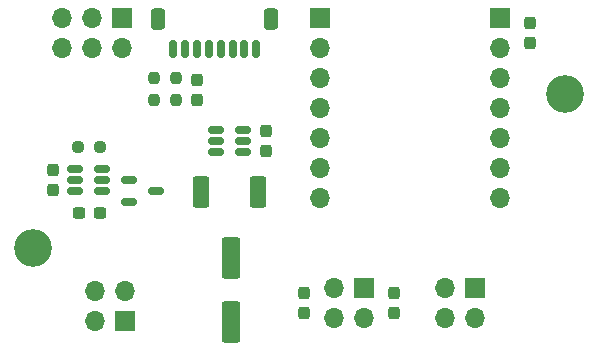
<source format=gbr>
%TF.GenerationSoftware,KiCad,Pcbnew,9.0.0*%
%TF.CreationDate,2025-05-03T14:05:23-04:00*%
%TF.ProjectId,Drone_ESC_Bridge,44726f6e-655f-4455-9343-5f4272696467,v1.1*%
%TF.SameCoordinates,Original*%
%TF.FileFunction,Soldermask,Top*%
%TF.FilePolarity,Negative*%
%FSLAX46Y46*%
G04 Gerber Fmt 4.6, Leading zero omitted, Abs format (unit mm)*
G04 Created by KiCad (PCBNEW 9.0.0) date 2025-05-03 14:05:23*
%MOMM*%
%LPD*%
G01*
G04 APERTURE LIST*
G04 Aperture macros list*
%AMRoundRect*
0 Rectangle with rounded corners*
0 $1 Rounding radius*
0 $2 $3 $4 $5 $6 $7 $8 $9 X,Y pos of 4 corners*
0 Add a 4 corners polygon primitive as box body*
4,1,4,$2,$3,$4,$5,$6,$7,$8,$9,$2,$3,0*
0 Add four circle primitives for the rounded corners*
1,1,$1+$1,$2,$3*
1,1,$1+$1,$4,$5*
1,1,$1+$1,$6,$7*
1,1,$1+$1,$8,$9*
0 Add four rect primitives between the rounded corners*
20,1,$1+$1,$2,$3,$4,$5,0*
20,1,$1+$1,$4,$5,$6,$7,0*
20,1,$1+$1,$6,$7,$8,$9,0*
20,1,$1+$1,$8,$9,$2,$3,0*%
G04 Aperture macros list end*
%ADD10C,3.200000*%
%ADD11RoundRect,0.249999X-0.450001X-1.075001X0.450001X-1.075001X0.450001X1.075001X-0.450001X1.075001X0*%
%ADD12R,1.700000X1.700000*%
%ADD13O,1.700000X1.700000*%
%ADD14RoundRect,0.150000X-0.150000X-0.625000X0.150000X-0.625000X0.150000X0.625000X-0.150000X0.625000X0*%
%ADD15RoundRect,0.250000X-0.350000X-0.650000X0.350000X-0.650000X0.350000X0.650000X-0.350000X0.650000X0*%
%ADD16RoundRect,0.237500X-0.237500X0.300000X-0.237500X-0.300000X0.237500X-0.300000X0.237500X0.300000X0*%
%ADD17RoundRect,0.237500X0.237500X-0.300000X0.237500X0.300000X-0.237500X0.300000X-0.237500X-0.300000X0*%
%ADD18RoundRect,0.237500X-0.237500X0.250000X-0.237500X-0.250000X0.237500X-0.250000X0.237500X0.250000X0*%
%ADD19RoundRect,0.150000X-0.512500X-0.150000X0.512500X-0.150000X0.512500X0.150000X-0.512500X0.150000X0*%
%ADD20RoundRect,0.250000X-0.550000X1.500000X-0.550000X-1.500000X0.550000X-1.500000X0.550000X1.500000X0*%
%ADD21RoundRect,0.237500X0.300000X0.237500X-0.300000X0.237500X-0.300000X-0.237500X0.300000X-0.237500X0*%
%ADD22RoundRect,0.237500X0.250000X0.237500X-0.250000X0.237500X-0.250000X-0.237500X0.250000X-0.237500X0*%
%ADD23RoundRect,0.237500X0.237500X-0.250000X0.237500X0.250000X-0.237500X0.250000X-0.237500X-0.250000X0*%
G04 APERTURE END LIST*
D10*
%TO.C,H2*%
X115730000Y-126218000D03*
%TD*%
D11*
%TO.C,R1*%
X129980000Y-121492000D03*
X134780000Y-121492000D03*
%TD*%
D12*
%TO.C,SPI1*%
X153175000Y-129625000D03*
D13*
X153175000Y-132165000D03*
X150635000Y-129625000D03*
X150635000Y-132165000D03*
%TD*%
D12*
%TO.C,JETSON_PWR1*%
X143775000Y-129625000D03*
D13*
X143775000Y-132165000D03*
X141235000Y-129625000D03*
X141235000Y-132165000D03*
%TD*%
D14*
%TO.C,ESC1*%
X127610000Y-109355000D03*
X128610000Y-109355000D03*
X129610000Y-109355000D03*
X130610000Y-109355000D03*
X131610000Y-109355000D03*
X132610000Y-109355000D03*
X133610000Y-109355000D03*
X134610000Y-109355000D03*
D15*
X126310000Y-106830000D03*
X135910000Y-106830000D03*
%TD*%
D16*
%TO.C,C6*%
X117394000Y-119613500D03*
X117394000Y-121338500D03*
%TD*%
D17*
%TO.C,C7*%
X129600000Y-113700000D03*
X129600000Y-111975000D03*
%TD*%
D18*
%TO.C,R3*%
X126000000Y-111887500D03*
X126000000Y-113712500D03*
%TD*%
D16*
%TO.C,C2*%
X135428000Y-116311500D03*
X135428000Y-118036500D03*
%TD*%
%TO.C,C1*%
X146300000Y-130037500D03*
X146300000Y-131762500D03*
%TD*%
D12*
%TO.C,VBUCK1*%
X123495000Y-132419000D03*
D13*
X120955000Y-132419000D03*
X123495000Y-129879000D03*
X120955000Y-129879000D03*
%TD*%
D19*
%TO.C,U1*%
X131242500Y-116224000D03*
X131242500Y-117174000D03*
X131242500Y-118124000D03*
X133517500Y-118124000D03*
X133517500Y-117174000D03*
X133517500Y-116224000D03*
%TD*%
%TO.C,Q1*%
X123876500Y-120476000D03*
X123876500Y-122376000D03*
X126151500Y-121426000D03*
%TD*%
D20*
%TO.C,C5*%
X132500000Y-127100000D03*
X132500000Y-132500000D03*
%TD*%
D21*
%TO.C,C3*%
X121362500Y-123270000D03*
X119637500Y-123270000D03*
%TD*%
D16*
%TO.C,C4*%
X138700000Y-130037500D03*
X138700000Y-131762500D03*
%TD*%
D10*
%TO.C,H1*%
X160730000Y-113218000D03*
%TD*%
D12*
%TO.C,ESC_DEBUG1*%
X123221000Y-106755000D03*
D13*
X123221000Y-109295000D03*
X120681000Y-106755000D03*
X120681000Y-109295000D03*
X118141000Y-106755000D03*
X118141000Y-109295000D03*
%TD*%
D16*
%TO.C,C8*%
X157780000Y-107167500D03*
X157780000Y-108892500D03*
%TD*%
D22*
%TO.C,R2*%
X121354500Y-117682000D03*
X119529500Y-117682000D03*
%TD*%
D12*
%TO.C,XIAO_L1*%
X140000000Y-106760000D03*
D13*
X140000000Y-109300000D03*
X140000000Y-111840000D03*
X140000000Y-114380000D03*
X140000000Y-116920000D03*
X140000000Y-119460000D03*
X140000000Y-122000000D03*
%TD*%
D23*
%TO.C,R4*%
X127800000Y-113712500D03*
X127800000Y-111887500D03*
%TD*%
D12*
%TO.C,XIAO_R1*%
X155240000Y-106760000D03*
D13*
X155240000Y-109300000D03*
X155240000Y-111840000D03*
X155240000Y-114380000D03*
X155240000Y-116920000D03*
X155240000Y-119460000D03*
X155240000Y-122000000D03*
%TD*%
D19*
%TO.C,U2*%
X119304500Y-119526000D03*
X119304500Y-120476000D03*
X119304500Y-121426000D03*
X121579500Y-121426000D03*
X121579500Y-120476000D03*
X121579500Y-119526000D03*
%TD*%
M02*

</source>
